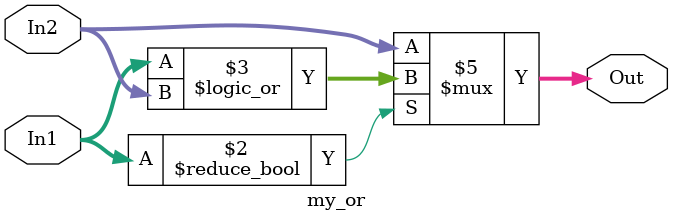
<source format=v>
module my_or( In1, In2, Out );

    input wire [38:0] In1; 
    input wire [38:0] In2;
    
    output reg [38:0] Out;


    always @( In1, In2 ) begin
        if( In1 )
            Out <= In1 || In2;
        else
            Out <= In2;
    end

endmodule
</source>
